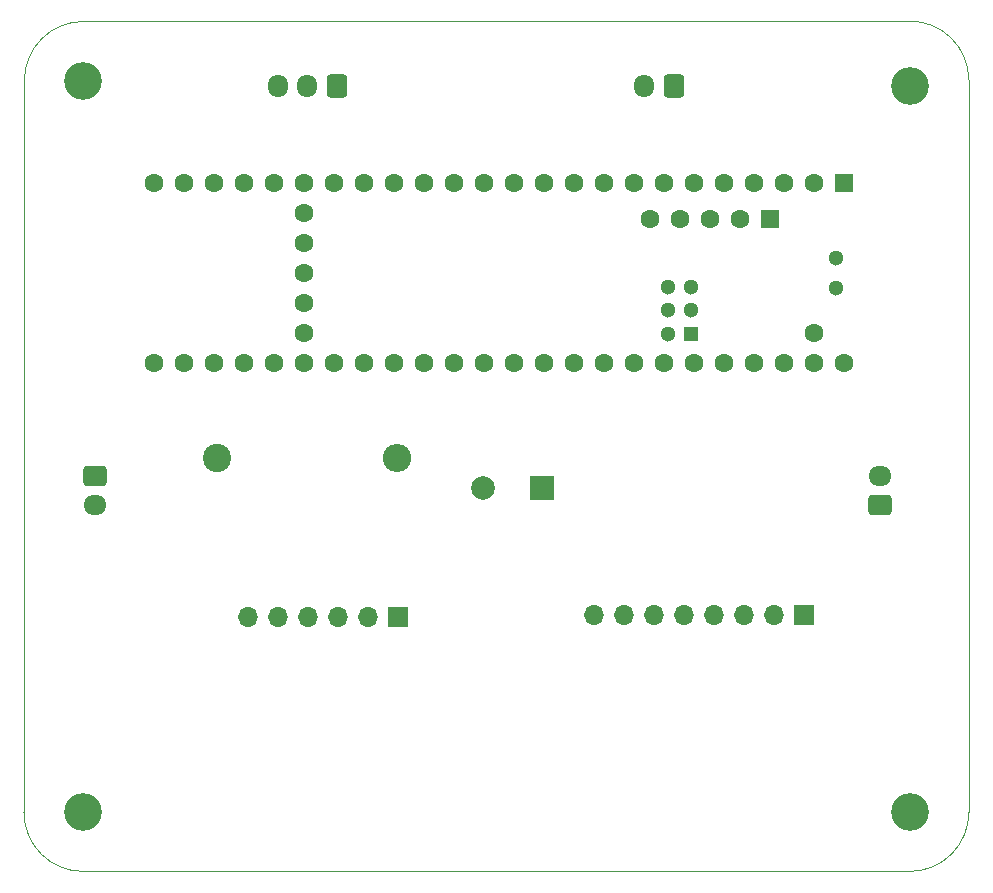
<source format=gbr>
%TF.GenerationSoftware,KiCad,Pcbnew,8.0.5*%
%TF.CreationDate,2025-01-31T12:13:52-06:00*%
%TF.ProjectId,DRAG_SUBSCALE_WIRING,44524147-5f53-4554-9253-43414c455f57,rev?*%
%TF.SameCoordinates,Original*%
%TF.FileFunction,Soldermask,Bot*%
%TF.FilePolarity,Negative*%
%FSLAX46Y46*%
G04 Gerber Fmt 4.6, Leading zero omitted, Abs format (unit mm)*
G04 Created by KiCad (PCBNEW 8.0.5) date 2025-01-31 12:13:52*
%MOMM*%
%LPD*%
G01*
G04 APERTURE LIST*
G04 Aperture macros list*
%AMRoundRect*
0 Rectangle with rounded corners*
0 $1 Rounding radius*
0 $2 $3 $4 $5 $6 $7 $8 $9 X,Y pos of 4 corners*
0 Add a 4 corners polygon primitive as box body*
4,1,4,$2,$3,$4,$5,$6,$7,$8,$9,$2,$3,0*
0 Add four circle primitives for the rounded corners*
1,1,$1+$1,$2,$3*
1,1,$1+$1,$4,$5*
1,1,$1+$1,$6,$7*
1,1,$1+$1,$8,$9*
0 Add four rect primitives between the rounded corners*
20,1,$1+$1,$2,$3,$4,$5,0*
20,1,$1+$1,$4,$5,$6,$7,0*
20,1,$1+$1,$6,$7,$8,$9,0*
20,1,$1+$1,$8,$9,$2,$3,0*%
G04 Aperture macros list end*
%ADD10C,3.200000*%
%ADD11R,1.600000X1.600000*%
%ADD12C,1.600000*%
%ADD13R,1.300000X1.300000*%
%ADD14C,1.300000*%
%ADD15R,1.700000X1.700000*%
%ADD16O,1.700000X1.700000*%
%ADD17RoundRect,0.250000X0.600000X0.725000X-0.600000X0.725000X-0.600000X-0.725000X0.600000X-0.725000X0*%
%ADD18O,1.700000X1.950000*%
%ADD19C,2.400000*%
%ADD20O,2.400000X2.400000*%
%ADD21RoundRect,0.250000X0.725000X-0.600000X0.725000X0.600000X-0.725000X0.600000X-0.725000X-0.600000X0*%
%ADD22O,1.950000X1.700000*%
%ADD23R,2.000000X2.000000*%
%ADD24C,2.000000*%
%ADD25RoundRect,0.250000X-0.725000X0.600000X-0.725000X-0.600000X0.725000X-0.600000X0.725000X0.600000X0*%
%TA.AperFunction,Profile*%
%ADD26C,0.050000*%
%TD*%
G04 APERTURE END LIST*
D10*
%TO.C,H2*%
X212000000Y-69000000D03*
%TD*%
%TO.C,H1*%
X142035534Y-68535534D03*
%TD*%
D11*
%TO.C,U1*%
X206470000Y-77198400D03*
D12*
X203930000Y-77198400D03*
X201390000Y-77198400D03*
X198850000Y-77198400D03*
X196310000Y-77198400D03*
X193770000Y-77198400D03*
X191230000Y-77198400D03*
X188690000Y-77198400D03*
X186150000Y-77198400D03*
X183610000Y-77198400D03*
X181070000Y-77198400D03*
X178530000Y-77198400D03*
X175990000Y-77198400D03*
X173450000Y-77198400D03*
X170910000Y-77198400D03*
X168370000Y-77198400D03*
X165830000Y-77198400D03*
X163290000Y-77198400D03*
X160750000Y-77198400D03*
X158210000Y-77198400D03*
X155670000Y-77198400D03*
X153130000Y-77198400D03*
X150590000Y-77198400D03*
X148050000Y-77198400D03*
X148050000Y-92438400D03*
X150590000Y-92438400D03*
X153130000Y-92438400D03*
X155670000Y-92438400D03*
X158210000Y-92438400D03*
X160750000Y-92438400D03*
X163290000Y-92438400D03*
X165830000Y-92438400D03*
X168370000Y-92438400D03*
X170910000Y-92438400D03*
X173450000Y-92438400D03*
X175990000Y-92438400D03*
X178530000Y-92438400D03*
X181070000Y-92438400D03*
X183610000Y-92438400D03*
X186150000Y-92438400D03*
X188690000Y-92438400D03*
X191230000Y-92438400D03*
X193770000Y-92438400D03*
X196310000Y-92438400D03*
X198850000Y-92438400D03*
X201390000Y-92438400D03*
X203930000Y-92438400D03*
X206470000Y-92438400D03*
X203930000Y-89898400D03*
X160750000Y-79738400D03*
X160750000Y-82278400D03*
X160750000Y-84818400D03*
X160750000Y-87358400D03*
X160750000Y-89898400D03*
D11*
X200170800Y-80249200D03*
D12*
X197630800Y-80249200D03*
X195090800Y-80249200D03*
X192550800Y-80249200D03*
X190010800Y-80249200D03*
D13*
X193500000Y-90000000D03*
D14*
X193500000Y-88000000D03*
X193500000Y-86000000D03*
X191500000Y-86000000D03*
X191500000Y-88000000D03*
X191500000Y-90000000D03*
X205740000Y-86088400D03*
X205740000Y-83548400D03*
%TD*%
D10*
%TO.C,H4*%
X212000000Y-130500000D03*
%TD*%
D15*
%TO.C,BNO_055*%
X168700000Y-114000000D03*
D16*
X166160000Y-114000000D03*
X163620000Y-114000000D03*
X161080000Y-114000000D03*
X158540000Y-114000000D03*
X156000000Y-114000000D03*
%TD*%
D17*
%TO.C,J2*%
X192000000Y-69000000D03*
D18*
X189500000Y-69000000D03*
%TD*%
D19*
%TO.C,R1*%
X153380000Y-100500000D03*
D20*
X168620000Y-100500000D03*
%TD*%
D15*
%TO.C,BMP_390*%
X203050000Y-113800000D03*
D16*
X200510000Y-113800000D03*
X197970000Y-113800000D03*
X195430000Y-113800000D03*
X192890000Y-113800000D03*
X190350000Y-113800000D03*
X187810000Y-113800000D03*
X185270000Y-113800000D03*
%TD*%
D17*
%TO.C,J4*%
X163500000Y-69000000D03*
D18*
X161000000Y-69000000D03*
X158500000Y-69000000D03*
%TD*%
D10*
%TO.C,H3*%
X142000000Y-130500000D03*
%TD*%
D21*
%TO.C,J1*%
X209500000Y-104500000D03*
D22*
X209500000Y-102000000D03*
%TD*%
D23*
%TO.C,BZ1*%
X180870785Y-103000000D03*
D24*
X175870785Y-103000000D03*
%TD*%
D25*
%TO.C,J3*%
X143000000Y-102000000D03*
D22*
X143000000Y-104500000D03*
%TD*%
D26*
X137000000Y-130500000D02*
X137035534Y-68535534D01*
X217000000Y-130500000D02*
G75*
G02*
X212000000Y-135500000I-5000000J0D01*
G01*
X212000000Y-135500000D02*
X142000000Y-135500000D01*
X142000000Y-135500000D02*
G75*
G02*
X137000000Y-130500000I0J5000000D01*
G01*
X142035534Y-63535534D02*
X212000000Y-63500000D01*
X217000000Y-68500000D02*
X217000000Y-130500000D01*
X137035534Y-68535534D02*
G75*
G02*
X142035534Y-63535534I4999966J34D01*
G01*
X212000000Y-63500000D02*
G75*
G02*
X217000000Y-68500000I0J-5000000D01*
G01*
M02*

</source>
